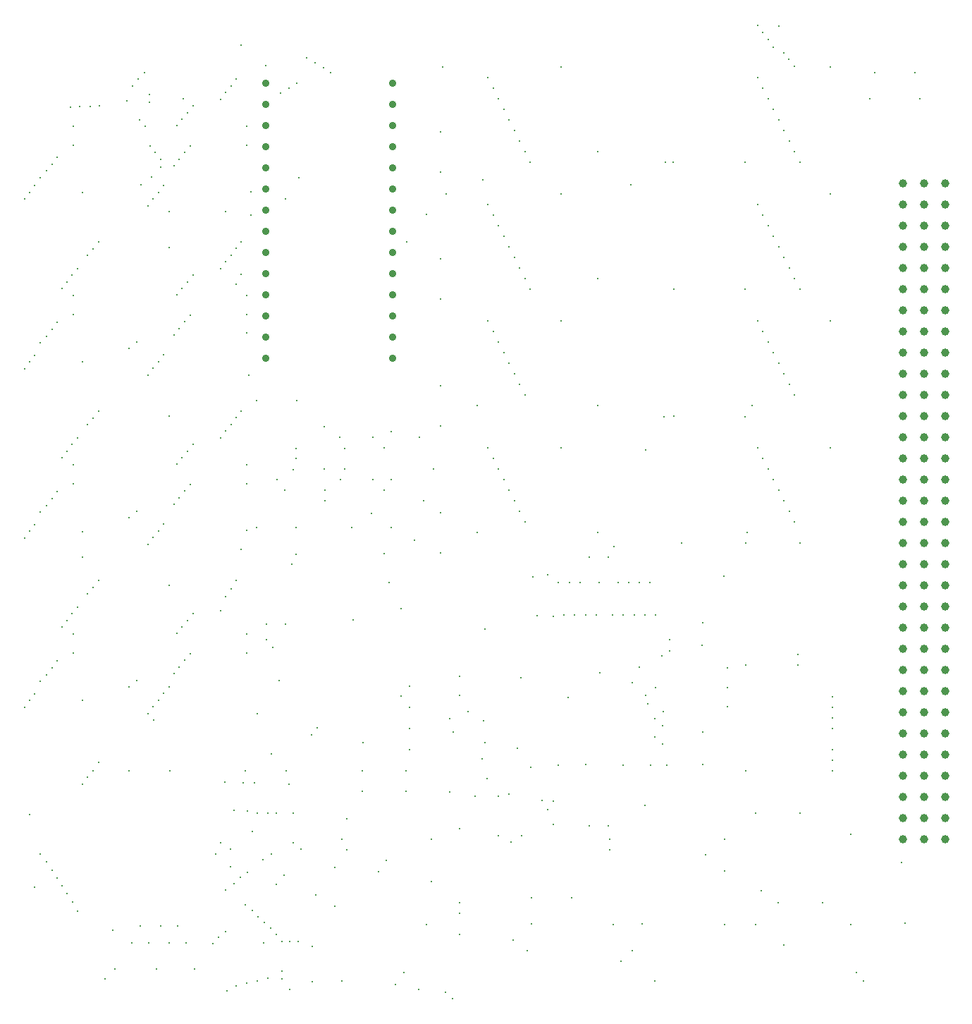
<source format=gbr>
G04 PCB Fabrication Data in Gerber  Example 1, created by Karel Tavernier, Filip Vermeire and Thomas Weyn*
G04 Ucamco copyright*
%TF.GenerationSoftware,Ucamco,UcamX,1.1.0-140320*%
%TF.CreationDate,2014-06-18T00:00;00+01:00*%
%FSLAX35Y35*%
%MOMM*%
%TF.FileFunction,Plated,1,4,PTH,Drill*%
%TF.FilePolarity,Positive*%
%TF.Part,Single*%
%TF.SameCoordinates,f8d53b1f8c81977d8c3d0dffcc4c4bd6e6770c0f*%
%TA.DrillTolerance,0.01000,0.01000*%
%TA.AperFunction,ComponentDrill*%
%ADD11C,0.90000*%
%ADD12C,1.00000*%
%TD.DrillTolerance*%
%TA.AperFunction,ViaDrill*%
%ADD100C,0.30000*%
G01*
%LPD*%
D100*
X7664999Y3689998D03*
X8359999Y1874998D03*
X9882998Y3650498D03*
X9034999Y1450000D03*
X9299997Y795000D03*
X9234998Y1299998D03*
X9764997D03*
X8964999Y2379998D03*
X9494998D03*
X7754998Y3515000D03*
X9882998Y3396498D03*
X7209999Y1934997D03*
X7484999Y3943497D03*
X7754998Y3294997D03*
X9885817Y3015498D03*
X7844999Y3429998D03*
X9882998Y3142498D03*
X7854998Y3599998D03*
X9882998Y3523498D03*
X5009998Y1044999D03*
X5674997Y3029999D03*
X7759738Y3883497D03*
X9882998Y3777498D03*
X5009998Y9569999D03*
X5694997Y3485000D03*
X4704999Y3779998D03*
Y4834999D03*
X3369999Y260000D03*
Y839999D03*
X4919998Y260000D03*
X5328499Y3353499D03*
X5284999Y3515000D03*
X6144999Y4004999D03*
X5410000Y919998D03*
X6529997Y2524999D03*
X2474999Y1889999D03*
X2539997Y4806137D03*
Y6885999D03*
Y8917998D03*
Y10949999D03*
X3104998Y2381819D03*
X3144998Y1889999D03*
X4499998Y6254999D03*
Y6761998D03*
X5410000Y1299998D03*
X5733248Y2796289D03*
X7094997Y4063500D03*
X7344997Y599999D03*
X7840898Y4263499D03*
X8626818Y4125308D03*
X7484999Y729998D03*
X7564999Y4134998D03*
X4974999Y6129998D03*
X5250000Y9809998D03*
X6535049Y2246559D03*
X6919999Y2964998D03*
X7844999Y3204997D03*
X9885817Y2888498D03*
X304998Y1490000D03*
Y3810998D03*
Y5842998D03*
Y7874998D03*
Y9909998D03*
X2897388Y9559999D03*
X3634999Y354998D03*
Y774997D03*
X5410000Y1174999D03*
X5618998Y5745998D03*
Y7269998D03*
X6264999Y2924998D03*
X7264997Y5579999D03*
X8857498Y5745998D03*
X8924499Y7269998D03*
X3964999Y6889999D03*
X4349999Y5975000D03*
X8584997Y5219997D03*
X9492498Y5618998D03*
X3239999Y3972499D03*
X3409999Y6499997D03*
X5089998Y6509997D03*
X5204999Y11334999D03*
X7644999Y6734998D03*
X7859997Y7139999D03*
X4584997Y6379997D03*
Y6954997D03*
X2852738Y8144259D03*
X3214997Y6379997D03*
X3304997Y6254999D03*
X3479998Y10009998D03*
X3784999Y6509997D03*
X4246210Y3227499D03*
X7646207Y3796218D03*
X8326138Y4664698D03*
X3990000Y359999D03*
Y2065000D03*
X4557698Y5145979D03*
X7629997Y2474999D03*
X7754998Y364998D03*
X10254998D03*
X10714058Y1789059D03*
X1432448Y3892499D03*
Y5924499D03*
Y7956497D03*
X1581569Y9920509D03*
X3683708Y1394048D03*
X4498549Y5490819D03*
X5685120Y9982337D03*
X6463498Y5242748D03*
X180000Y3650998D03*
Y5682999D03*
Y7714999D03*
Y9749999D03*
X1144999Y388478D03*
X2594998Y959998D03*
X4769998Y9234998D03*
X2534998Y2019998D03*
X2599998Y4974999D03*
Y6965998D03*
Y8997998D03*
Y9604997D03*
Y11029998D03*
X3404999Y2019998D03*
X3469998Y835000D03*
X1914997Y3893998D03*
Y5114747D03*
Y7143298D03*
Y9165308D03*
Y9604997D03*
X2090618Y10955007D03*
X3314997Y9754997D03*
X1849999Y3813998D03*
Y5845998D03*
Y7877998D03*
Y9909998D03*
X2914998Y2159998D03*
X2944998Y2739999D03*
X1789999Y3733998D03*
Y5765998D03*
Y7797998D03*
Y9829998D03*
X1724998Y3653999D03*
Y5685998D03*
Y7717999D03*
Y9749999D03*
X1664998Y3573999D03*
Y5605999D03*
Y7637999D03*
Y9669999D03*
X2851839Y5771517D03*
X2876799Y7636498D03*
X2898048Y9834618D03*
X2975869Y3572498D03*
X2979870Y2375809D03*
X3204997Y1527419D03*
Y2379998D03*
X3694999Y3404999D03*
X3791738Y6126998D03*
X3041150Y1817728D03*
X3148668Y3086979D03*
X3624999Y3314997D03*
X3788418Y6253998D03*
X3973630Y6380998D03*
X5505788Y3595010D03*
X244998Y2359998D03*
Y3730999D03*
Y5762999D03*
Y7794999D03*
Y9829998D03*
X2514999Y889998D03*
X6290818Y5211358D03*
X6334999Y4749998D03*
X875000Y2724999D03*
Y3732499D03*
Y5448318D03*
Y5759100D03*
Y7796497D03*
Y9828497D03*
X1414999Y10931908D03*
X2444999Y815000D03*
X3859998Y11264999D03*
X935000Y2809999D03*
Y5015999D03*
Y7047997D03*
Y9079997D03*
X1480000Y11109998D03*
X2584998Y2754999D03*
X2594998Y1454999D03*
X3769998Y11324999D03*
X1005000Y2884998D03*
Y5090998D03*
Y7122998D03*
Y9154998D03*
X1550000Y11189998D03*
X2700000Y1530000D03*
Y2409997D03*
X3669998Y11389998D03*
X1069998Y2984998D03*
Y5170998D03*
Y7202998D03*
Y9234998D03*
X1620000Y11269998D03*
X2769999Y1604998D03*
X2804998Y2739999D03*
X3083088Y4458109D03*
X3569998Y11449998D03*
X2784998Y5541379D03*
Y7205998D03*
Y8849997D03*
Y9237998D03*
X2785277Y11596796D03*
X2854998Y1669999D03*
Y2404999D03*
X3164997Y4366588D03*
X2657658Y1737218D03*
X2719999Y5174998D03*
Y7129978D03*
Y8729998D03*
Y9157998D03*
Y11189998D03*
X3299998Y1635069D03*
X3354999Y2724999D03*
X2654999Y1949999D03*
X2659997Y5074998D03*
Y7045998D03*
Y9077998D03*
Y11109998D03*
X3404999Y2379998D03*
X3499998Y1949999D03*
X1239998Y969998D03*
X1974998Y4053998D03*
Y6085998D03*
Y8117998D03*
Y10149997D03*
X2609997Y244998D03*
X2834998Y1274998D03*
X7694999Y5144999D03*
X9428998Y5872998D03*
Y7396998D03*
Y8793998D03*
Y10317998D03*
Y11344999D03*
X1470000Y825000D03*
X2039998Y4133998D03*
Y6165998D03*
Y8197998D03*
Y10229997D03*
X2724999Y304998D03*
X2914998Y1209998D03*
X7634999Y4754999D03*
X9364998Y11429998D03*
X9365498Y5999998D03*
Y7523998D03*
Y8920998D03*
Y10444998D03*
X689998Y1409997D03*
Y4690999D03*
Y6722999D03*
Y8754999D03*
X845000Y10864998D03*
X1564998Y10704998D03*
X6063498Y6126998D03*
Y7650998D03*
Y9047998D03*
Y10571998D03*
X6919999Y4754999D03*
X629999Y1504999D03*
Y4610999D03*
Y6642999D03*
Y8674999D03*
X729998Y10854998D03*
X1630000Y10624998D03*
X5999998Y6253998D03*
Y7777998D03*
Y9174998D03*
Y10698998D03*
X6854997Y5144999D03*
X569999Y1600000D03*
Y4205999D03*
Y6237999D03*
Y8269999D03*
Y10249997D03*
X1689999Y10389997D03*
X5936498Y6380998D03*
Y7904998D03*
Y9301998D03*
Y10825998D03*
X6789999Y4754999D03*
X509999Y1694998D03*
Y4125999D03*
Y6157999D03*
Y8189999D03*
Y10169998D03*
X1749999Y10309997D03*
X5872998Y6507998D03*
Y8031998D03*
Y9428998D03*
Y10952998D03*
X6724998Y5144999D03*
X444998Y1794998D03*
Y4040998D03*
Y6072998D03*
Y8104998D03*
Y10089998D03*
X1814997Y10229997D03*
X5809498Y6634998D03*
Y8158998D03*
Y9555998D03*
Y11079998D03*
X6659997Y4754999D03*
X369999Y1884997D03*
Y3965999D03*
Y5997999D03*
Y8029997D03*
Y10004999D03*
X1814398Y10129997D03*
X5745998Y6761998D03*
Y8285998D03*
Y9682998D03*
Y11206998D03*
X6594998Y5144999D03*
X1570000Y1024999D03*
X2105000Y4213997D03*
Y6245997D03*
Y8277997D03*
Y10309997D03*
X2850000Y334998D03*
X2984998Y1134999D03*
X7569998Y5144999D03*
X9301998Y6126998D03*
Y7650998D03*
Y9047998D03*
Y10571998D03*
Y11509998D03*
X1669999Y825000D03*
X2169998Y4294000D03*
Y6325997D03*
Y8357997D03*
Y10389997D03*
X2979999Y364998D03*
X3059999Y1064999D03*
X3079999Y11354999D03*
X7504999Y4754999D03*
X9238498Y6253998D03*
Y7777998D03*
Y9174998D03*
Y10698998D03*
Y11824998D03*
X1819999Y1024999D03*
X2014997Y4533999D03*
Y6565999D03*
Y8597999D03*
Y10629999D03*
X3104998Y394998D03*
X3134997Y995000D03*
X7439998Y5144999D03*
X9174998Y6380998D03*
Y7904998D03*
Y9301998D03*
Y10825998D03*
Y11574999D03*
X1919998Y825000D03*
X2075000Y4613999D03*
Y6645999D03*
Y8677999D03*
Y10709999D03*
X3204997Y919998D03*
X3254997Y11024997D03*
X3269998Y384998D03*
X7374997Y4754999D03*
X9111498Y6507998D03*
Y8031998D03*
Y9428998D03*
Y10952998D03*
Y11664999D03*
X2019998Y1024999D03*
X2135000Y4693999D03*
Y6725999D03*
Y8757999D03*
Y10789999D03*
X3269998Y484998D03*
Y839999D03*
X3354999Y11084997D03*
X7309998Y5144999D03*
X9047998Y6634998D03*
Y8158998D03*
Y9555998D03*
Y11079998D03*
Y11754998D03*
X2119998Y825000D03*
X2205000Y4773999D03*
Y6805999D03*
Y8837998D03*
Y10869999D03*
X3454999Y11144997D03*
X7244997Y4754999D03*
X8984498Y6761998D03*
Y8285998D03*
Y9682998D03*
Y11206998D03*
Y11834998D03*
X815000Y1204999D03*
Y4850998D03*
Y6882999D03*
Y8914999D03*
X1079998Y10869999D03*
X1679999Y11009999D03*
X6190498Y5872998D03*
Y7396998D03*
Y8793998D03*
Y10317998D03*
X7079998Y5144999D03*
X749999Y4770999D03*
Y6802999D03*
Y8834999D03*
X754997Y1309997D03*
X969998Y10864998D03*
X1679999Y10909999D03*
X6126998Y5999998D03*
Y7523998D03*
Y8920998D03*
Y10444998D03*
X7049999Y4754999D03*
X769998Y4298999D03*
Y6330999D03*
Y8362998D03*
Y10394999D03*
X1269998Y509999D03*
X1440000Y2889999D03*
X2219998Y509999D03*
X2837000Y2889999D03*
X2850000Y4528998D03*
Y6560998D03*
Y8592998D03*
Y10624998D03*
X3054998Y825000D03*
X3314997Y4644999D03*
X3444999Y5489999D03*
Y5809999D03*
Y6634998D03*
X3449998Y7334997D03*
X3784999Y7014998D03*
X3904999Y1729999D03*
X4050000Y2314999D03*
X4589999Y5809999D03*
X4864999Y5654997D03*
X4924999Y6889999D03*
X5069998Y1554998D03*
X5174498Y5987298D03*
Y7511298D03*
Y9035298D03*
Y10559298D03*
X5404998Y4019999D03*
X5593598Y2579899D03*
X5709999Y3224998D03*
Y4589999D03*
X6049998Y855000D03*
X6219997Y729998D03*
X6399997Y2529998D03*
X6529997Y4744999D03*
X6622298Y6761998D03*
Y8285998D03*
Y9809998D03*
Y11333998D03*
X6749997Y1364999D03*
X7062999Y8793998D03*
Y10317998D03*
X7194997Y2225000D03*
Y5454998D03*
X7209999Y2065000D03*
X7699997Y2954998D03*
X7764999Y4754999D03*
X7929997Y4329999D03*
X7968498Y10190998D03*
X7981198Y7142998D03*
Y8666998D03*
X8073898Y5618998D03*
X8329998Y3354999D03*
X8589998Y1684998D03*
Y2065000D03*
X8624997Y3659998D03*
X8964999Y1044999D03*
X9860798Y6761998D03*
Y8285998D03*
Y9809998D03*
Y11333998D03*
X10104999Y1044999D03*
Y2125000D03*
X10334999Y10954997D03*
X10394999Y11269998D03*
X10759999Y1059998D03*
X5320000Y154999D03*
X6253998Y8666998D03*
Y10190998D03*
X6464999Y2419998D03*
X7464999Y9924997D03*
X7879598Y10190998D03*
X9492498Y8666998D03*
Y10190998D03*
X1525379Y3972499D03*
Y6004499D03*
Y8036499D03*
X1705219Y10013699D03*
X1730939Y3493498D03*
X4234998Y2639997D03*
X4429999Y1679999D03*
X4635000Y324998D03*
X8319999Y4394998D03*
X9474997Y4160000D03*
X5872998Y2579899D03*
X6098497Y3158497D03*
X6712189Y3765629D03*
X5999229Y2607740D03*
X6024578Y2033278D03*
X6593497Y2950269D03*
X5234999Y224998D03*
X5284999Y2634998D03*
X5410000Y2189998D03*
X7929997Y4459999D03*
X9474997Y4284998D03*
X769998Y4528998D03*
Y6560998D03*
Y8592998D03*
Y10624998D03*
X1769999Y509999D03*
X1923999Y2887000D03*
X2850000Y4298999D03*
Y6330999D03*
Y8362998D03*
Y10394999D03*
X2964998Y5809999D03*
Y7334997D03*
X3089999Y4644999D03*
X3320999Y2887000D03*
X3395460Y5367168D03*
X3439998Y6759997D03*
X3909998Y1259998D03*
X4024998Y6509997D03*
Y6759997D03*
X4050000Y1934997D03*
X4110000Y5809999D03*
X4124998Y4694999D03*
X4364998Y6379997D03*
Y6889999D03*
X4765000Y2639997D03*
Y2889999D03*
X4809998Y3139999D03*
Y3394999D03*
Y3649998D03*
Y3904999D03*
X5069998Y2065000D03*
X5174498Y5504698D03*
Y7028698D03*
Y8552698D03*
Y10076698D03*
X5404998Y3789998D03*
X5872998Y2104898D03*
X6152398D03*
X6269997Y1049998D03*
Y1364999D03*
X6964998Y2225000D03*
Y5450000D03*
X7067388Y7269998D03*
X7068289Y5745998D03*
X7254997Y1044999D03*
X7374997Y2954998D03*
X7599997Y1049998D03*
X7894998Y2954998D03*
X8324997Y2964998D03*
X8589998Y1044999D03*
X8624997Y3889998D03*
X8832497Y10190998D03*
X8833658Y8666998D03*
X8836099Y7139999D03*
X8847618Y5618998D03*
X8847998Y2888498D03*
Y4158498D03*
X10874998Y11269998D03*
X10934997Y10954997D03*
X4234998Y2889999D03*
X4529999Y1809999D03*
X4735000Y464998D03*
X10174999D03*
D11*
X4602998Y7841498D03*
Y8095498D03*
Y8349498D03*
Y8603498D03*
Y8857498D03*
Y9111498D03*
Y9365498D03*
Y9619498D03*
Y9873498D03*
Y10127498D03*
Y10381498D03*
Y10635498D03*
Y10889498D03*
Y11143498D03*
X3078998D03*
Y10889498D03*
Y10635498D03*
Y10381498D03*
Y10127498D03*
Y9873498D03*
Y9619498D03*
Y9365498D03*
Y9111498D03*
Y8857498D03*
Y8603498D03*
Y8349498D03*
Y8095498D03*
Y7841498D03*
D12*
X11237999Y2062998D03*
Y2316998D03*
Y2570998D03*
Y2824998D03*
Y3078998D03*
Y3332998D03*
Y3586998D03*
Y3840998D03*
Y4094998D03*
Y4348998D03*
Y4602998D03*
Y4856998D03*
Y5110998D03*
Y5364998D03*
Y5618998D03*
Y5872998D03*
Y6126998D03*
Y6380998D03*
Y6634998D03*
Y6888998D03*
Y7142998D03*
Y7396998D03*
Y7650998D03*
Y7904998D03*
Y8158998D03*
Y8412998D03*
Y8666998D03*
Y8920998D03*
Y9174998D03*
Y9428998D03*
Y9682998D03*
Y9936998D03*
X10983999Y2062998D03*
Y2316998D03*
Y2570998D03*
Y2824998D03*
Y3078998D03*
Y3332998D03*
Y3586998D03*
Y3840998D03*
Y4094998D03*
Y4348998D03*
Y4602998D03*
Y4856998D03*
Y5110998D03*
Y5364998D03*
Y5618998D03*
Y5872998D03*
Y6126998D03*
Y6380998D03*
Y6634998D03*
Y6888998D03*
Y7142998D03*
Y7396998D03*
Y7650998D03*
Y7904998D03*
Y8158998D03*
Y8412998D03*
Y8666998D03*
Y8920998D03*
Y9174998D03*
Y9428998D03*
Y9682998D03*
Y9936998D03*
X10729999Y2062998D03*
Y2316998D03*
Y2570998D03*
Y2824998D03*
Y3078998D03*
Y3332998D03*
Y3586998D03*
Y3840998D03*
Y4094998D03*
Y4348998D03*
Y4602998D03*
Y4856998D03*
Y5110998D03*
Y5364998D03*
Y5618998D03*
Y5872998D03*
Y6126998D03*
Y6380998D03*
Y6634998D03*
Y6888998D03*
Y7142998D03*
Y7396998D03*
Y7650998D03*
Y7904998D03*
Y8158998D03*
Y8412998D03*
Y8666998D03*
Y8920998D03*
Y9174998D03*
Y9428998D03*
Y9682998D03*
Y9936998D03*
M02*
</source>
